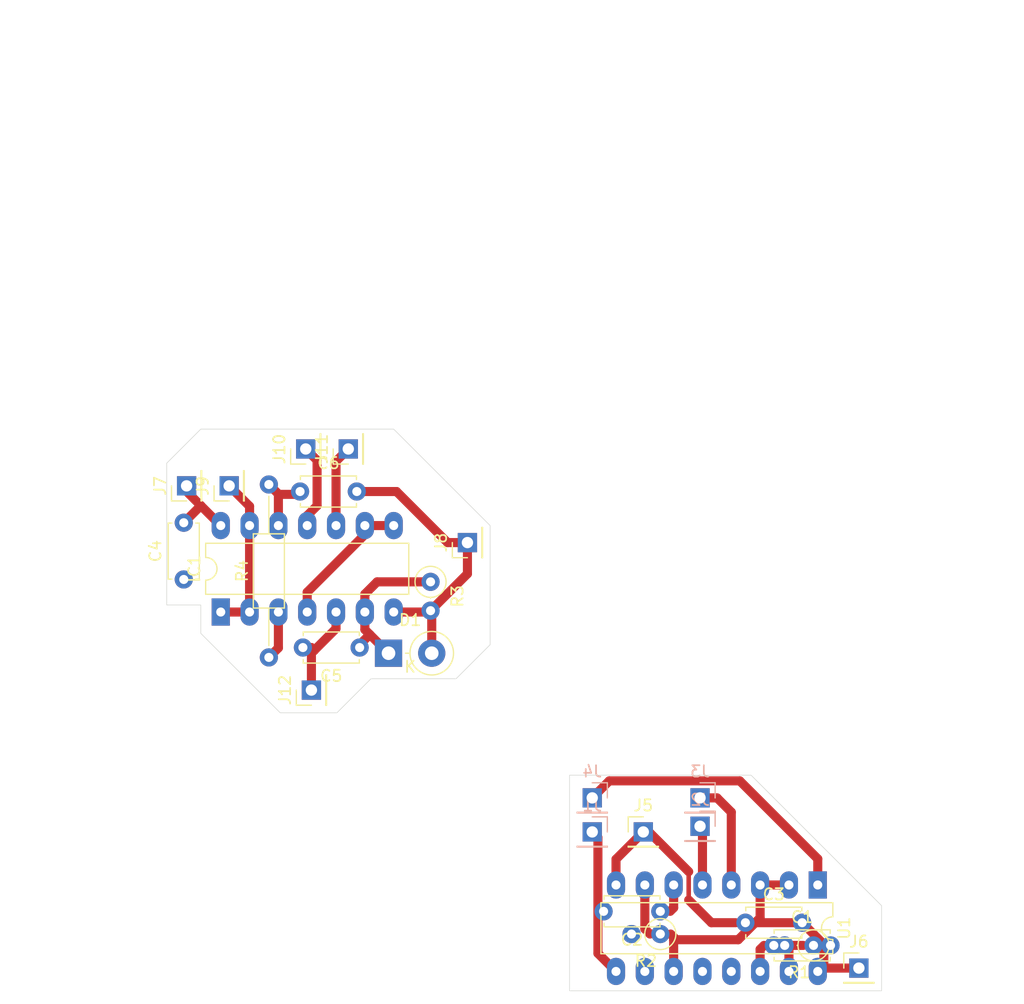
<source format=kicad_pcb>
(kicad_pcb (version 20240108) (generator "pcbnew") (generator_version "8.0")
  (layers (0 "F.Cu" signal) (31 "B.Cu" signal) (34 "B.Paste" user) (35 "F.Paste" user) (36 "B.SilkS" user "B.Silkscreen") (37 "F.SilkS" user "F.Silkscreen") (38 "B.Mask" user) (39 "F.Mask" user) (44 "Edge.Cuts" user))
  (net 0 "")
  (net 1 "Net-(U1A-RCext)")
  (net 2 "Net-(U1A-Cext)")
  (net 3 "Net-(U1B-Cext)")
  (net 4 "Net-(U1B-RCext)")
  (net 5 "+5V")
  (net 6 "GND")
  (net 7 "Net-(J1-Pin_1)")
  (net 8 "Net-(J2-Pin_1)")
  (net 9 "Net-(J3-Pin_1)")
  (net 10 "Net-(J4-Pin_1)")
  (net 13 "Net-(IC1B-I0)")
  (net 14 "Net-(D1-K)")
  (net 15 "Net-(IC1D-O)")
  (net 16 "Net-(IC1A-O)")
  (net 17 "Net-(IC1C-O)")
  (net 18 "Net-(IC1A-I0)")
  (net 19 "Net-(IC1B-O)")
  (net 20 "Net-(IC1D-I0)")
  (footprint "Package_DIP:DIP-14_W7.62mm_LongPads" (layer "F.Cu") (at 142.76 101.12 90)
    (property "Reference" "IC1" (at 3.81 -2.33 90) (layer "F.SilkS"))
    (property "Value" "4093D")
    (fp_line (start 6.06 -1.33) (end 4.81 -1.33) (stroke (width 0.12)) (layer "F.SilkS"))
    (fp_line (start 2.81 -1.33) (end 1.56 -1.33) (stroke (width 0.12)) (layer "F.SilkS"))
    (fp_line (start 1.56 -1.33) (end 1.56 16.57) (stroke (width 0.12)) (layer "F.SilkS"))
    (fp_line (start 6.06 16.57) (end 6.06 -1.33) (stroke (width 0.12)) (layer "F.SilkS"))
    (fp_line (start 1.56 16.57) (end 6.06 16.57) (stroke (width 0.12)) (layer "F.SilkS"))
    (fp_arc (start 4.81 -1.33) (mid 3.81 -0.33) (end 2.81 -1.33) (stroke (width 0.12)) (layer "F.SilkS"))
    (pad "1" thru_hole rect (at 0 0 90) (size 2.4 1.6) (drill 0.8) (layers "*.Cu" "*.Mask") (net 18 "Net-(IC1A-I0)"))
    (pad "2" thru_hole oval (at 0 2.54 90) (size 2.4 1.6) (drill 0.8) (layers "*.Cu" "*.Mask") (net 18 "Net-(IC1A-I0)"))
    (pad "3" thru_hole oval (at 0 5.08 90) (size 2.4 1.6) (drill 0.8) (layers "*.Cu" "*.Mask") (net 16 "Net-(IC1A-O)"))
    (pad "4" thru_hole oval (at 0 7.62 90) (size 2.4 1.6) (drill 0.8) (layers "*.Cu" "*.Mask") (net 19 "Net-(IC1B-O)"))
    (pad "5" thru_hole oval (at 0 10.16 90) (size 2.4 1.6) (drill 0.8) (layers "*.Cu" "*.Mask") (net 13 "Net-(IC1B-I0)"))
    (pad "6" thru_hole oval (at 0 12.7 90) (size 2.4 1.6) (drill 0.8) (layers "*.Cu" "*.Mask") (net 14 "Net-(D1-K)"))
    (pad "7" thru_hole oval (at 0 15.24 90) (size 2.4 1.6) (drill 0.8) (layers "*.Cu" "*.Mask") (net 6 "GND"))
    (pad "8" thru_hole oval (at 7.62 15.24 90) (size 2.4 1.6) (drill 0.8) (layers "*.Cu" "*.Mask") (net 19 "Net-(IC1B-O)"))
    (pad "9" thru_hole oval (at 7.62 12.7 90) (size 2.4 1.6) (drill 0.8) (layers "*.Cu" "*.Mask") (net 19 "Net-(IC1B-O)"))
    (pad "10" thru_hole oval (at 7.62 10.16 90) (size 2.4 1.6) (drill 0.8) (layers "*.Cu" "*.Mask") (net 17 "Net-(IC1C-O)"))
    (pad "11" thru_hole oval (at 7.62 7.62 90) (size 2.4 1.6) (drill 0.8) (layers "*.Cu" "*.Mask") (net 15 "Net-(IC1D-O)"))
    (pad "12" thru_hole oval (at 7.62 5.08 90) (size 2.4 1.6) (drill 0.8) (layers "*.Cu" "*.Mask") (net 20 "Net-(IC1D-I0)"))
    (pad "13" thru_hole oval (at 7.62 2.54 90) (size 2.4 1.6) (drill 0.8) (layers "*.Cu" "*.Mask") (net 18 "Net-(IC1A-I0)"))
    (pad "14" thru_hole oval (at 7.62 0 90) (size 2.4 1.6) (drill 0.8) (layers "*.Cu" "*.Mask") (net 5 "+5V"))
  )
  (footprint "Capacitor_THT:C_Disc_D4.7mm_W2.5mm_P5.00mm" (layer "F.Cu") (at 155 104.25 180)
    (property "Reference" "C5" (at 2.5 -2.5 360) (layer "F.SilkS"))
    (property "Value" "68p")
    (fp_line (start 4.97 1.055) (end 4.97 1.37) (stroke (width 0.12)) (layer "F.SilkS"))
    (fp_line (start 4.97 -1.37) (end 4.97 -1.055) (stroke (width 0.12)) (layer "F.SilkS"))
    (fp_line (start 0.03 1.37) (end 4.97 1.37) (stroke (width 0.12)) (layer "F.SilkS"))
    (fp_line (start 0.03 1.055) (end 0.03 1.37) (stroke (width 0.12)) (layer "F.SilkS"))
    (fp_line (start 0.03 -1.37) (end 4.97 -1.37) (stroke (width 0.12)) (layer "F.SilkS"))
    (fp_line (start 0.03 -1.37) (end 0.03 -1.055) (stroke (width 0.12)) (layer "F.SilkS"))
    (pad "1" thru_hole circle (at 0 0 180) (size 1.6 1.6) (drill 0.8) (layers "*.Cu" "*.Mask") (net 14 "Net-(D1-K)"))
    (pad "2" thru_hole circle (at 5 0 180) (size 1.6 1.6) (drill 0.8) (layers "*.Cu" "*.Mask") (net 13 "Net-(IC1B-I0)"))
  )
  (footprint "Connector_PinHeader_2.54mm:PinHeader_1x01_P2.54mm_Vertical" (layer "F.Cu") (at 154 86.75 90)
    (property "Reference" "J11" (at 0 -2.33 90) (layer "F.SilkS"))
    (property "Value" "OUT_ON")
    (fp_line (start -1.33 -1.33) (end 0 -1.33) (stroke (width 0.12)) (layer "F.SilkS"))
    (fp_line (start -1.33 0) (end -1.33 -1.33) (stroke (width 0.12)) (layer "F.SilkS"))
    (fp_line (start 1.33 1.27) (end 1.33 1.33) (stroke (width 0.12)) (layer "F.SilkS"))
    (fp_line (start -1.33 1.27) (end 1.33 1.27) (stroke (width 0.12)) (layer "F.SilkS"))
    (fp_line (start -1.33 1.27) (end -1.33 1.33) (stroke (width 0.12)) (layer "F.SilkS"))
    (fp_line (start -1.33 1.33) (end 1.33 1.33) (stroke (width 0.12)) (layer "F.SilkS"))
    (pad "1" thru_hole rect (at 0 0 90) (size 1.7 1.7) (drill 1) (layers "*.Cu" "*.Mask") (net 17 "Net-(IC1C-O)"))
  )
  (footprint "Connector_PinHeader_2.54mm:PinHeader_1x01_P2.54mm_Vertical" (layer "F.Cu") (at 180 120.5)
    (property "Reference" "J5" (at 0 -2.33 0) (layer "F.SilkS"))
    (property "Value" "GND")
    (fp_line (start -1.33 -1.33) (end 0 -1.33) (stroke (width 0.12)) (layer "F.SilkS"))
    (fp_line (start -1.33 0) (end -1.33 -1.33) (stroke (width 0.12)) (layer "F.SilkS"))
    (fp_line (start -1.33 1.27) (end -1.33 1.33) (stroke (width 0.12)) (layer "F.SilkS"))
    (fp_line (start -1.33 1.27) (end 1.33 1.27) (stroke (width 0.12)) (layer "F.SilkS"))
    (fp_line (start -1.33 1.33) (end 1.33 1.33) (stroke (width 0.12)) (layer "F.SilkS"))
    (fp_line (start 1.33 1.27) (end 1.33 1.33) (stroke (width 0.12)) (layer "F.SilkS"))
    (pad "1" thru_hole rect (at 0 0) (size 1.7 1.7) (drill 1) (layers "*.Cu" "*.Mask") (net 6 "GND"))
  )
  (footprint "Resistor_THT:R_Axial_DIN0207_L6.3mm_D2.5mm_P15.24mm_Horizontal" (layer "F.Cu") (at 147 105.12 90)
    (property "Reference" "R4" (at 7.62 -2.37 90) (layer "F.SilkS"))
    (property "Value" "10k")
    (fp_line (start 10.89 -1.37) (end 4.35 -1.37) (stroke (width 0.12)) (layer "F.SilkS"))
    (fp_line (start 4.35 -1.37) (end 4.35 1.37) (stroke (width 0.12)) (layer "F.SilkS"))
    (fp_line (start 14.2 0) (end 10.89 0) (stroke (width 0.12)) (layer "F.SilkS"))
    (fp_line (start 1.04 0) (end 4.35 0) (stroke (width 0.12)) (layer "F.SilkS"))
    (fp_line (start 10.89 1.37) (end 10.89 -1.37) (stroke (width 0.12)) (layer "F.SilkS"))
    (fp_line (start 4.35 1.37) (end 10.89 1.37) (stroke (width 0.12)) (layer "F.SilkS"))
    (pad "1" thru_hole circle (at 0 0 90) (size 1.6 1.6) (drill 0.8) (layers "*.Cu" "*.Mask") (net 16 "Net-(IC1A-O)"))
    (pad "2" thru_hole oval (at 15.24 0 90) (size 1.6 1.6) (drill 0.8) (layers "*.Cu" "*.Mask") (net 20 "Net-(IC1D-I0)"))
  )
  (footprint "Capacitor_THT:C_Disc_D4.7mm_W2.5mm_P5.00mm" (layer "F.Cu") (at 189 128.5)
    (property "Reference" "C3" (at 2.5 -2.5 0) (layer "F.SilkS"))
    (property "Value" "100n")
    (fp_line (start 0.03 -1.37) (end 0.03 -1.055) (stroke (width 0.12)) (layer "F.SilkS"))
    (fp_line (start 0.03 -1.37) (end 4.97 -1.37) (stroke (width 0.12)) (layer "F.SilkS"))
    (fp_line (start 0.03 1.055) (end 0.03 1.37) (stroke (width 0.12)) (layer "F.SilkS"))
    (fp_line (start 0.03 1.37) (end 4.97 1.37) (stroke (width 0.12)) (layer "F.SilkS"))
    (fp_line (start 4.97 -1.37) (end 4.97 -1.055) (stroke (width 0.12)) (layer "F.SilkS"))
    (fp_line (start 4.97 1.055) (end 4.97 1.37) (stroke (width 0.12)) (layer "F.SilkS"))
    (pad "1" thru_hole circle (at 0 0) (size 1.6 1.6) (drill 0.8) (layers "*.Cu" "*.Mask") (net 6 "GND"))
    (pad "2" thru_hole circle (at 5 0) (size 1.6 1.6) (drill 0.8) (layers "*.Cu" "*.Mask") (net 5 "+5V"))
  )
  (footprint "Resistor_THT:R_Axial_DIN0207_L6.3mm_D2.5mm_P2.54mm_Vertical" (layer "F.Cu") (at 161.25 98.46 -90)
    (property "Reference" "R3" (at 1.27 -2.37 90) (layer "F.SilkS"))
    (property "Value" "10k")
    (fp_line (start 1.37 0) (end 1.44 0) (stroke (width 0.12)) (layer "F.SilkS"))
    (fp_circle (center 0 0) (end 1.37 0) (stroke (width 0.12)) (fill none) (layer "F.SilkS"))
    (pad "1" thru_hole circle (at 0 0 270) (size 1.6 1.6) (drill 0.8) (layers "*.Cu" "*.Mask") (net 14 "Net-(D1-K)"))
    (pad "2" thru_hole oval (at 2.54 0 270) (size 1.6 1.6) (drill 0.8) (layers "*.Cu" "*.Mask") (net 6 "GND"))
  )
  (footprint "Connector_PinHeader_2.54mm:PinHeader_1x01_P2.54mm_Vertical" (layer "F.Cu") (at 164.5 95 90)
    (property "Reference" "J8" (at 0 -2.33 90) (layer "F.SilkS"))
    (property "Value" "GND")
    (fp_line (start -1.33 -1.33) (end 0 -1.33) (stroke (width 0.12)) (layer "F.SilkS"))
    (fp_line (start -1.33 0) (end -1.33 -1.33) (stroke (width 0.12)) (layer "F.SilkS"))
    (fp_line (start 1.33 1.27) (end 1.33 1.33) (stroke (width 0.12)) (layer "F.SilkS"))
    (fp_line (start -1.33 1.27) (end 1.33 1.27) (stroke (width 0.12)) (layer "F.SilkS"))
    (fp_line (start -1.33 1.27) (end -1.33 1.33) (stroke (width 0.12)) (layer "F.SilkS"))
    (fp_line (start -1.33 1.33) (end 1.33 1.33) (stroke (width 0.12)) (layer "F.SilkS"))
    (pad "1" thru_hole rect (at 0 0 90) (size 1.7 1.7) (drill 1) (layers "*.Cu" "*.Mask") (net 6 "GND"))
  )
  (footprint "Capacitor_THT:C_Disc_D4.7mm_W2.5mm_P5.00mm" (layer "F.Cu") (at 139.5 98.25 90)
    (property "Reference" "C4" (at 2.5 -2.5 90) (layer "F.SilkS"))
    (property "Value" "100n")
    (fp_line (start 4.97 -1.37) (end 4.97 -1.055) (stroke (width 0.12)) (layer "F.SilkS"))
    (fp_line (start 0.03 -1.37) (end 4.97 -1.37) (stroke (width 0.12)) (layer "F.SilkS"))
    (fp_line (start 0.03 -1.37) (end 0.03 -1.055) (stroke (width 0.12)) (layer "F.SilkS"))
    (fp_line (start 4.97 1.055) (end 4.97 1.37) (stroke (width 0.12)) (layer "F.SilkS"))
    (fp_line (start 0.03 1.055) (end 0.03 1.37) (stroke (width 0.12)) (layer "F.SilkS"))
    (fp_line (start 0.03 1.37) (end 4.97 1.37) (stroke (width 0.12)) (layer "F.SilkS"))
    (pad "1" thru_hole circle (at 0 0 90) (size 1.6 1.6) (drill 0.8) (layers "*.Cu" "*.Mask") (net 6 "GND"))
    (pad "2" thru_hole circle (at 5 0 90) (size 1.6 1.6) (drill 0.8) (layers "*.Cu" "*.Mask") (net 5 "+5V"))
  )
  (footprint "Diode_THT:D_DO-15_P3.81mm_Vertical_KathodeUp" (layer "F.Cu") (at 157.545 104.75)
    (property "Reference" "D1" (at 1.905 -2.92 0) (layer "F.SilkS"))
    (property "Value" "D_Schottky")
    (fp_line (start 1.89 0) (end 1.5 0) (stroke (width 0.12)) (layer "F.SilkS"))
    (fp_circle (center 3.81 0) (end 5.73 0) (stroke (width 0.12)) (fill none) (layer "F.SilkS"))
    (fp_text user "K" (at 1.9 1.2 0) (layer "F.SilkS"))
    (pad "1" thru_hole rect (at 0 0) (size 2.4 2.4) (drill 1.2) (layers "*.Cu" "*.Mask") (net 14 "Net-(D1-K)"))
    (pad "2" thru_hole oval (at 3.81 0) (size 2.4 2.4) (drill 1.2) (layers "*.Cu" "*.Mask") (net 6 "GND"))
  )
  (footprint "Connector_PinHeader_2.54mm:PinHeader_1x01_P2.54mm_Vertical" (layer "F.Cu") (at 150.25 86.75 90)
    (property "Reference" "J10" (at 0 -2.33 90) (layer "F.SilkS"))
    (property "Value" "OUT_OFF")
    (fp_line (start -1.33 -1.33) (end 0 -1.33) (stroke (width 0.12)) (layer "F.SilkS"))
    (fp_line (start -1.33 0) (end -1.33 -1.33) (stroke (width 0.12)) (layer "F.SilkS"))
    (fp_line (start 1.33 1.27) (end 1.33 1.33) (stroke (width 0.12)) (layer "F.SilkS"))
    (fp_line (start -1.33 1.27) (end 1.33 1.27) (stroke (width 0.12)) (layer "F.SilkS"))
    (fp_line (start -1.33 1.27) (end -1.33 1.33) (stroke (width 0.12)) (layer "F.SilkS"))
    (fp_line (start -1.33 1.33) (end 1.33 1.33) (stroke (width 0.12)) (layer "F.SilkS"))
    (pad "1" thru_hole rect (at 0 0 90) (size 1.7 1.7) (drill 1) (layers "*.Cu" "*.Mask") (net 15 "Net-(IC1D-O)"))
  )
  (footprint "Connector_PinHeader_2.54mm:PinHeader_1x01_P2.54mm_Vertical" (layer "F.Cu") (at 139.75 90 90)
    (property "Reference" "J7" (at 0 -2.33 90) (layer "F.SilkS"))
    (property "Value" "+5V")
    (fp_line (start -1.33 -1.33) (end 0 -1.33) (stroke (width 0.12)) (layer "F.SilkS"))
    (fp_line (start -1.33 0) (end -1.33 -1.33) (stroke (width 0.12)) (layer "F.SilkS"))
    (fp_line (start 1.33 1.27) (end 1.33 1.33) (stroke (width 0.12)) (layer "F.SilkS"))
    (fp_line (start -1.33 1.27) (end 1.33 1.27) (stroke (width 0.12)) (layer "F.SilkS"))
    (fp_line (start -1.33 1.27) (end -1.33 1.33) (stroke (width 0.12)) (layer "F.SilkS"))
    (fp_line (start -1.33 1.33) (end 1.33 1.33) (stroke (width 0.12)) (layer "F.SilkS"))
    (pad "1" thru_hole rect (at 0 0 90) (size 1.7 1.7) (drill 1) (layers "*.Cu" "*.Mask") (net 5 "+5V"))
  )
  (footprint "Capacitor_THT:C_Disc_D4.7mm_W2.5mm_P5.00mm" (layer "F.Cu") (at 181.5 127.5 180)
    (property "Reference" "C2" (at 2.5 -2.5 180) (layer "F.SilkS"))
    (property "Value" "68p")
    (fp_line (start 4.97 1.055) (end 4.97 1.37) (stroke (width 0.12)) (layer "F.SilkS"))
    (fp_line (start 4.97 -1.37) (end 4.97 -1.055) (stroke (width 0.12)) (layer "F.SilkS"))
    (fp_line (start 0.03 1.37) (end 4.97 1.37) (stroke (width 0.12)) (layer "F.SilkS"))
    (fp_line (start 0.03 1.055) (end 0.03 1.37) (stroke (width 0.12)) (layer "F.SilkS"))
    (fp_line (start 0.03 -1.37) (end 4.97 -1.37) (stroke (width 0.12)) (layer "F.SilkS"))
    (fp_line (start 0.03 -1.37) (end 0.03 -1.055) (stroke (width 0.12)) (layer "F.SilkS"))
    (pad "1" thru_hole circle (at 0 0 180) (size 1.6 1.6) (drill 0.8) (layers "*.Cu" "*.Mask") (net 3 "Net-(U1B-Cext)"))
    (pad "2" thru_hole circle (at 5 0 180) (size 1.6 1.6) (drill 0.8) (layers "*.Cu" "*.Mask") (net 4 "Net-(U1B-RCext)"))
  )
  (footprint "Connector_PinHeader_2.54mm:PinHeader_1x01_P2.54mm_Vertical" (layer "F.Cu") (at 143.5 90 90)
    (property "Reference" "J9" (at 0 -2.33 90) (layer "F.SilkS"))
    (property "Value" "IN_OFF")
    (fp_line (start -1.33 -1.33) (end 0 -1.33) (stroke (width 0.12)) (layer "F.SilkS"))
    (fp_line (start -1.33 0) (end -1.33 -1.33) (stroke (width 0.12)) (layer "F.SilkS"))
    (fp_line (start 1.33 1.27) (end 1.33 1.33) (stroke (width 0.12)) (layer "F.SilkS"))
    (fp_line (start -1.33 1.27) (end 1.33 1.27) (stroke (width 0.12)) (layer "F.SilkS"))
    (fp_line (start -1.33 1.27) (end -1.33 1.33) (stroke (width 0.12)) (layer "F.SilkS"))
    (fp_line (start -1.33 1.33) (end 1.33 1.33) (stroke (width 0.12)) (layer "F.SilkS"))
    (pad "1" thru_hole rect (at 0 0 90) (size 1.7 1.7) (drill 1) (layers "*.Cu" "*.Mask") (net 18 "Net-(IC1A-I0)"))
  )
  (footprint "Resistor_THT:R_Axial_DIN0207_L6.3mm_D2.5mm_P2.54mm_Vertical" (layer "F.Cu") (at 181.5 129.5 180)
    (property "Reference" "R2" (at 1.27 -2.37 180) (layer "F.SilkS"))
    (property "Value" "10k")
    (fp_line (start 1.37 0) (end 1.44 0) (stroke (width 0.12)) (layer "F.SilkS"))
    (fp_circle (center 0 0) (end 1.37 0) (stroke (width 0.12)) (fill none) (layer "F.SilkS"))
    (pad "1" thru_hole circle (at 0 0 180) (size 1.6 1.6) (drill 0.8) (layers "*.Cu" "*.Mask") (net 5 "+5V"))
    (pad "2" thru_hole oval (at 2.54 0 180) (size 1.6 1.6) (drill 0.8) (layers "*.Cu" "*.Mask") (net 4 "Net-(U1B-RCext)"))
  )
  (footprint "Capacitor_THT:C_Disc_D4.7mm_W2.5mm_P5.00mm" (layer "F.Cu") (at 149.75 90.5)
    (property "Reference" "C6" (at 2.5 -2.5 360) (layer "F.SilkS"))
    (property "Value" "68p")
    (fp_line (start 0.03 -1.37) (end 0.03 -1.055) (stroke (width 0.12)) (layer "F.SilkS"))
    (fp_line (start 0.03 -1.37) (end 4.97 -1.37) (stroke (width 0.12)) (layer "F.SilkS"))
    (fp_line (start 0.03 1.055) (end 0.03 1.37) (stroke (width 0.12)) (layer "F.SilkS"))
    (fp_line (start 0.03 1.37) (end 4.97 1.37) (stroke (width 0.12)) (layer "F.SilkS"))
    (fp_line (start 4.97 -1.37) (end 4.97 -1.055) (stroke (width 0.12)) (layer "F.SilkS"))
    (fp_line (start 4.97 1.055) (end 4.97 1.37) (stroke (width 0.12)) (layer "F.SilkS"))
    (pad "1" thru_hole circle (at 0 0) (size 1.6 1.6) (drill 0.8) (layers "*.Cu" "*.Mask") (net 20 "Net-(IC1D-I0)"))
    (pad "2" thru_hole circle (at 5 0) (size 1.6 1.6) (drill 0.8) (layers "*.Cu" "*.Mask") (net 6 "GND"))
  )
  (footprint "Resistor_THT:R_Axial_DIN0207_L6.3mm_D2.5mm_P2.54mm_Vertical" (layer "F.Cu") (at 195 130.5 180)
    (property "Reference" "R1" (at 1.27 -2.37 180) (layer "F.SilkS"))
    (property "Value" "10k")
    (fp_line (start 1.37 0) (end 1.44 0) (stroke (width 0.12)) (layer "F.SilkS"))
    (fp_circle (center 0 0) (end 1.37 0) (stroke (width 0.12)) (fill none) (layer "F.SilkS"))
    (pad "1" thru_hole circle (at 0 0 180) (size 1.6 1.6) (drill 0.8) (layers "*.Cu" "*.Mask") (net 5 "+5V"))
    (pad "2" thru_hole oval (at 2.54 0 180) (size 1.6 1.6) (drill 0.8) (layers "*.Cu" "*.Mask") (net 1 "Net-(U1A-RCext)"))
  )
  (footprint "Connector_PinHeader_2.54mm:PinHeader_1x01_P2.54mm_Vertical" (layer "F.Cu") (at 199 132.5)
    (property "Reference" "J6" (at 0 -2.33 0) (layer "F.SilkS"))
    (property "Value" "+5V")
    (fp_line (start -1.33 -1.33) (end 0 -1.33) (stroke (width 0.12)) (layer "F.SilkS"))
    (fp_line (start -1.33 0) (end -1.33 -1.33) (stroke (width 0.12)) (layer "F.SilkS"))
    (fp_line (start -1.33 1.27) (end -1.33 1.33) (stroke (width 0.12)) (layer "F.SilkS"))
    (fp_line (start -1.33 1.27) (end 1.33 1.27) (stroke (width 0.12)) (layer "F.SilkS"))
    (fp_line (start -1.33 1.33) (end 1.33 1.33) (stroke (width 0.12)) (layer "F.SilkS"))
    (fp_line (start 1.33 1.27) (end 1.33 1.33) (stroke (width 0.12)) (layer "F.SilkS"))
    (pad "1" thru_hole rect (at 0 0) (size 1.7 1.7) (drill 1) (layers "*.Cu" "*.Mask") (net 5 "+5V"))
  )
  (footprint "Package_DIP:DIP-16_W7.62mm_LongPads" (layer "F.Cu") (at 195.375 125.175 -90)
    (property "Reference" "U1" (at 3.81 -2.33 90) (layer "F.SilkS"))
    (property "Value" "74AHCT123")
    (fp_line (start 1.56 19.11) (end 6.06 19.11) (stroke (width 0.12)) (layer "F.SilkS"))
    (fp_line (start 6.06 19.11) (end 6.06 -1.33) (stroke (width 0.12)) (layer "F.SilkS"))
    (fp_line (start 1.56 -1.33) (end 1.56 19.11) (stroke (width 0.12)) (layer "F.SilkS"))
    (fp_line (start 2.81 -1.33) (end 1.56 -1.33) (stroke (width 0.12)) (layer "F.SilkS"))
    (fp_line (start 6.06 -1.33) (end 4.81 -1.33) (stroke (width 0.12)) (layer "F.SilkS"))
    (fp_arc (start 4.81 -1.33) (mid 3.81 -0.33) (end 2.81 -1.33) (stroke (width 0.12)) (layer "F.SilkS"))
    (pad "1" thru_hole rect (at 0 0 270) (size 2.4 1.6) (drill 0.8) (layers "*.Cu" "*.Mask") (net 10 "Net-(J4-Pin_1)"))
    (pad "2" thru_hole oval (at 0 2.54 270) (size 2.4 1.6) (drill 0.8) (layers "*.Cu" "*.Mask") (net 5 "+5V"))
    (pad "3" thru_hole oval (at 0 5.08 270) (size 2.4 1.6) (drill 0.8) (layers "*.Cu" "*.Mask") (net 5 "+5V"))
    (pad "4" thru_hole oval (at 0 7.62 270) (size 2.4 1.6) (drill 0.8) (layers "*.Cu" "*.Mask") (net 9 "Net-(J3-Pin_1)"))
    (pad "5" thru_hole oval (at 0 10.16 270) (size 2.4 1.6) (drill 0.8) (layers "*.Cu" "*.Mask") (net 8 "Net-(J2-Pin_1)"))
    (pad "6" thru_hole oval (at 0 12.7 270) (size 2.4 1.6) (drill 0.8) (layers "*.Cu" "*.Mask") (net 3 "Net-(U1B-Cext)"))
    (pad "7" thru_hole oval (at 0 15.24 270) (size 2.4 1.6) (drill 0.8) (layers "*.Cu" "*.Mask") (net 4 "Net-(U1B-RCext)"))
    (pad "8" thru_hole oval (at 0 17.78 270) (size 2.4 1.6) (drill 0.8) (layers "*.Cu" "*.Mask") (net 6 "GND"))
    (pad "9" thru_hole oval (at 7.62 17.78 270) (size 2.4 1.6) (drill 0.8) (layers "*.Cu" "*.Mask") (net 7 "Net-(J1-Pin_1)"))
    (pad "10" thru_hole oval (at 7.62 15.24 270) (size 2.4 1.6) (drill 0.8) (layers "*.Cu" "*.Mask") (net 5 "+5V"))
    (pad "11" thru_hole oval (at 7.62 12.7 270) (size 2.4 1.6) (drill 0.8) (layers "*.Cu" "*.Mask") (net 5 "+5V"))
    (pad "12" thru_hole oval (at 7.62 10.16 270) (size 2.4 1.6) (drill 0.8) (layers "*.Cu" "*.Mask"))
    (pad "13" thru_hole oval (at 7.62 7.62 270) (size 2.4 1.6) (drill 0.8) (layers "*.Cu" "*.Mask"))
    (pad "14" thru_hole oval (at 7.62 5.08 270) (size 2.4 1.6) (drill 0.8) (layers "*.Cu" "*.Mask") (net 2 "Net-(U1A-Cext)"))
    (pad "15" thru_hole oval (at 7.62 2.54 270) (size 2.4 1.6) (drill 0.8) (layers "*.Cu" "*.Mask") (net 1 "Net-(U1A-RCext)"))
    (pad "16" thru_hole oval (at 7.62 0 270) (size 2.4 1.6) (drill 0.8) (layers "*.Cu" "*.Mask") (net 5 "+5V"))
  )
  (footprint "Connector_PinHeader_2.54mm:PinHeader_1x01_P2.54mm_Vertical" (layer "F.Cu") (at 150.75 108 90)
    (property "Reference" "J12" (at 0 -2.33 90) (layer "F.SilkS"))
    (property "Value" "IN_ON")
    (fp_line (start -1.33 -1.33) (end 0 -1.33) (stroke (width 0.12)) (layer "F.SilkS"))
    (fp_line (start -1.33 0) (end -1.33 -1.33) (stroke (width 0.12)) (layer "F.SilkS"))
    (fp_line (start 1.33 1.27) (end 1.33 1.33) (stroke (width 0.12)) (layer "F.SilkS"))
    (fp_line (start -1.33 1.27) (end 1.33 1.27) (stroke (width 0.12)) (layer "F.SilkS"))
    (fp_line (start -1.33 1.27) (end -1.33 1.33) (stroke (width 0.12)) (layer "F.SilkS"))
    (fp_line (start -1.33 1.33) (end 1.33 1.33) (stroke (width 0.12)) (layer "F.SilkS"))
    (pad "1" thru_hole rect (at 0 0 90) (size 1.7 1.7) (drill 1) (layers "*.Cu" "*.Mask") (net 13 "Net-(IC1B-I0)"))
  )
  (footprint "Capacitor_THT:C_Disc_D4.7mm_W2.5mm_P5.00mm" (layer "F.Cu") (at 191.5 130.5)
    (property "Reference" "C1" (at 2.5 -2.5 0) (layer "F.SilkS"))
    (property "Value" "68p")
    (fp_line (start 0.03 -1.37) (end 0.03 -1.055) (stroke (width 0.12)) (layer "F.SilkS"))
    (fp_line (start 0.03 -1.37) (end 4.97 -1.37) (stroke (width 0.12)) (layer "F.SilkS"))
    (fp_line (start 0.03 1.055) (end 0.03 1.37) (stroke (width 0.12)) (layer "F.SilkS"))
    (fp_line (start 0.03 1.37) (end 4.97 1.37) (stroke (width 0.12)) (layer "F.SilkS"))
    (fp_line (start 4.97 -1.37) (end 4.97 -1.055) (stroke (width 0.12)) (layer "F.SilkS"))
    (fp_line (start 4.97 1.055) (end 4.97 1.37) (stroke (width 0.12)) (layer "F.SilkS"))
    (pad "1" thru_hole circle (at 0 0) (size 1.6 1.6) (drill 0.8) (layers "*.Cu" "*.Mask") (net 2 "Net-(U1A-Cext)"))
    (pad "2" thru_hole circle (at 5 0) (size 1.6 1.6) (drill 0.8) (layers "*.Cu" "*.Mask") (net 1 "Net-(U1A-RCext)"))
  )
  (footprint "Connector_PinHeader_2.54mm:PinHeader_1x01_P2.54mm_Vertical" (layer "B.Cu") (at 175.5 117.5 180)
    (property "Reference" "J4" (at 0 2.33 0) (layer "B.SilkS") (effects (justify mirror)))
    (property "Value" "IN_OFF")
    (fp_line (start 1.33 -1.27) (end -1.33 -1.27) (stroke (width 0.12)) (layer "B.SilkS"))
    (fp_line (start 1.33 -1.33) (end 1.33 -1.27) (stroke (width 0.12)) (layer "B.SilkS"))
    (fp_line (start 1.33 -1.33) (end -1.33 -1.33) (stroke (width 0.12)) (layer "B.SilkS"))
    (fp_line (start 0 1.33) (end -1.33 1.33) (stroke (width 0.12)) (layer "B.SilkS"))
    (fp_line (start -1.33 1.33) (end -1.33 0) (stroke (width 0.12)) (layer "B.SilkS"))
    (fp_line (start -1.33 -1.33) (end -1.33 -1.27) (stroke (width 0.12)) (layer "B.SilkS"))
    (pad "1" thru_hole rect (at 0 0 180) (size 1.7 1.7) (drill 1) (layers "*.Cu" "*.Mask") (net 10 "Net-(J4-Pin_1)"))
  )
  (footprint "Connector_PinHeader_2.54mm:PinHeader_1x01_P2.54mm_Vertical" (layer "B.Cu") (at 185 120 180)
    (property "Reference" "J2" (at 0 2.33 0) (layer "B.SilkS") (effects (justify mirror)))
    (property "Value" "OUT_ON")
    (fp_line (start 1.33 -1.27) (end -1.33 -1.27) (stroke (width 0.12)) (layer "B.SilkS"))
    (fp_line (start 1.33 -1.33) (end 1.33 -1.27) (stroke (width 0.12)) (layer "B.SilkS"))
    (fp_line (start 1.33 -1.33) (end -1.33 -1.33) (stroke (width 0.12)) (layer "B.SilkS"))
    (fp_line (start 0 1.33) (end -1.33 1.33) (stroke (width 0.12)) (layer "B.SilkS"))
    (fp_line (start -1.33 1.33) (end -1.33 0) (stroke (width 0.12)) (layer "B.SilkS"))
    (fp_line (start -1.33 -1.33) (end -1.33 -1.27) (stroke (width 0.12)) (layer "B.SilkS"))
    (pad "1" thru_hole rect (at 0 0 180) (size 1.7 1.7) (drill 1) (layers "*.Cu" "*.Mask") (net 8 "Net-(J2-Pin_1)"))
  )
  (footprint "Connector_PinHeader_2.54mm:PinHeader_1x01_P2.54mm_Vertical" (layer "B.Cu") (at 175.5 120.5 180)
    (property "Reference" "J1" (at 0 2.33 0) (layer "B.SilkS") (effects (justify mirror)))
    (property "Value" "IN_ON")
    (fp_line (start 1.33 -1.27) (end -1.33 -1.27) (stroke (width 0.12)) (layer "B.SilkS"))
    (fp_line (start 1.33 -1.33) (end 1.33 -1.27) (stroke (width 0.12)) (layer "B.SilkS"))
    (fp_line (start 1.33 -1.33) (end -1.33 -1.33) (stroke (width 0.12)) (layer "B.SilkS"))
    (fp_line (start 0 1.33) (end -1.33 1.33) (stroke (width 0.12)) (layer "B.SilkS"))
    (fp_line (start -1.33 1.33) (end -1.33 0) (stroke (width 0.12)) (layer "B.SilkS"))
    (fp_line (start -1.33 -1.33) (end -1.33 -1.27) (stroke (width 0.12)) (layer "B.SilkS"))
    (pad "1" thru_hole rect (at 0 0 180) (size 1.7 1.7) (drill 1) (layers "*.Cu" "*.Mask") (net 7 "Net-(J1-Pin_1)"))
  )
  (footprint "Connector_PinHeader_2.54mm:PinHeader_1x01_P2.54mm_Vertical" (layer "B.Cu") (at 185 117.5 180)
    (property "Reference" "J3" (at 0 2.33 0) (layer "B.SilkS") (effects (justify mirror)))
    (property "Value" "OUT_OFF")
    (fp_line (start 1.33 -1.27) (end -1.33 -1.27) (stroke (width 0.12)) (layer "B.SilkS"))
    (fp_line (start 1.33 -1.33) (end 1.33 -1.27) (stroke (width 0.12)) (layer "B.SilkS"))
    (fp_line (start 1.33 -1.33) (end -1.33 -1.33) (stroke (width 0.12)) (layer "B.SilkS"))
    (fp_line (start 0 1.33) (end -1.33 1.33) (stroke (width 0.12)) (layer "B.SilkS"))
    (fp_line (start -1.33 1.33) (end -1.33 0) (stroke (width 0.12)) (layer "B.SilkS"))
    (fp_line (start -1.33 -1.33) (end -1.33 -1.27) (stroke (width 0.12)) (layer "B.SilkS"))
    (pad "1" thru_hole rect (at 0 0 180) (size 1.7 1.7) (drill 1) (layers "*.Cu" "*.Mask") (net 9 "Net-(J3-Pin_1)"))
  )
  (gr_poly (pts (xy 173.5 115.5) (xy 189.5 115.5) (xy 201 127) (xy 201 134.5) (xy 173.5 134.5)) (stroke (width 0.05)) (fill none) (layer "Edge.Cuts"))
  (gr_poly (pts (xy 138 100.5) (xy 141 100.5) (xy 141 103) (xy 148 110) (xy 153 110) (xy 156 107) (xy 163.5 107) (xy 166.5 104) (xy 166.5 93.5) (xy 158 85) (xy 141 85) (xy 138 88)) (stroke (width 0.05)) (fill none) (layer "Edge.Cuts"))
  (segment (start 192.3625 130.5) (end 194.0875 130.5) (width 0.8) (layer "F.Cu") (net 1))
  (segment (start 192.835 130.9725) (end 192.3625 130.5) (width 0.8) (layer "F.Cu") (net 1))
  (segment (start 192.835 132.795) (end 192.835 130.9725) (width 0.8) (layer "F.Cu") (net 1))
  (segment (start 190.295 132.795) (end 190.295 130.8425) (width 0.8) (layer "F.Cu") (net 2))
  (segment (start 190.295 130.8425) (end 190.6375 130.5) (width 0.8) (layer "F.Cu") (net 2))
  (segment (start 182.675 125.175) (end 182.675 127.1875) (width 0.8) (layer "F.Cu") (net 3))
  (segment (start 182.675 127.1875) (end 182.3625 127.5) (width 0.8) (layer "F.Cu") (net 3))
  (segment (start 180.135 125.175) (end 180.135 129.0475) (width 0.8) (layer "F.Cu") (net 4))
  (segment (start 180.135 129.0475) (end 180.5875 129.5) (width 0.8) (layer "F.Cu") (net 4))
  (segment (start 195.67 132.5) (end 195.375 132.795) (width 0.8) (layer "F.Cu") (net 5))
  (segment (start 188.365986 130) (end 189.8625 128.503486) (width 0.8) (layer "F.Cu") (net 5))
  (segment (start 195.9125 132.2575) (end 195.375 132.795) (width 0.8) (layer "F.Cu") (net 5))
  (segment (start 182.675 130) (end 188.365986 130) (width 0.8) (layer "F.Cu") (net 5))
  (segment (start 194 128.5) (end 189.8625 128.5) (width 0.8) (layer "F.Cu") (net 5))
  (segment (start 141.005 91.745) (end 142.76 93.5) (width 0.8) (layer "F.Cu") (net 5))
  (segment (start 195.9125 130.4125) (end 194 128.5) (width 0.8) (layer "F.Cu") (net 5))
  (segment (start 139.5 93.25) (end 141.005 91.745) (width 0.8) (layer "F.Cu") (net 5))
  (segment (start 182.675 132.795) (end 182.675 130) (width 0.8) (layer "F.Cu") (net 5))
  (segment (start 195.9125 130.5) (end 195.9125 130.4125) (width 0.8) (layer "F.Cu") (net 5))
  (segment (start 192.835 125.175) (end 190.295 125.175) (width 0.8) (layer "F.Cu") (net 5))
  (segment (start 189.8625 128.503486) (end 189.8625 128.5) (width 0.8) (layer "F.Cu") (net 5))
  (segment (start 182.675 130) (end 182.675 129.7625) (width 0.8) (layer "F.Cu") (net 5))
  (segment (start 195.9125 130.5) (end 195.9125 132.2575) (width 0.8) (layer "F.Cu") (net 5))
  (segment (start 139.75 90) (end 139.75 90.49) (width 0.8) (layer "F.Cu") (net 5))
  (segment (start 199 132.5) (end 195.67 132.5) (width 0.8) (layer "F.Cu") (net 5))
  (segment (start 139.75 90.49) (end 141.005 91.745) (width 0.8) (layer "F.Cu") (net 5))
  (segment (start 190.295 128.0675) (end 189.8625 128.5) (width 0.8) (layer "F.Cu") (net 5))
  (segment (start 190.295 125.175) (end 190.295 128.0675) (width 0.8) (layer "F.Cu") (net 5))
  (segment (start 182.675 129.7625) (end 182.4125 129.5) (width 0.8) (layer "F.Cu") (net 5))
  (segment (start 158.25 90.5) (end 162.75 95) (width 0.8) (layer "F.Cu") (net 6))
  (segment (start 188.1375 128.5) (end 186 128.5) (width 0.8) (layer "F.Cu") (net 6))
  (segment (start 186 128.5) (end 184 126.5) (width 0.8) (layer "F.Cu") (net 6))
  (segment (start 184 124) (end 184 126.5) (width 0.4) (layer "F.Cu") (net 6))
  (segment (start 180.5 120.5) (end 184 124) (width 0.8) (layer "F.Cu") (net 6))
  (segment (start 162.75 95) (end 164.5 95) (width 0.8) (layer "F.Cu") (net 6))
  (segment (start 161.355 101.105) (end 161.25 101) (width 0.8) (layer "F.Cu") (net 6))
  (segment (start 177.595 122.905) (end 180 120.5) (width 0.8) (layer "F.Cu") (net 6))
  (segment (start 164.5 97.75) (end 164.5 95) (width 0.8) (layer "F.Cu") (net 6))
  (segment (start 161.355 104.75) (end 161.355 101.105) (width 0.8) (layer "F.Cu") (net 6))
  (segment (start 177.595 125.175) (end 177.595 122.905) (width 0.8) (layer "F.Cu") (net 6))
  (segment (start 154.75 90.5) (end 158.25 90.5) (width 0.8) (layer "F.Cu") (net 6))
  (segment (start 158 101.12) (end 161.13 101.12) (width 0.8) (layer "F.Cu") (net 6))
  (segment (start 161.13 101.12) (end 164.5 97.75) (width 0.8) (layer "F.Cu") (net 6))
  (segment (start 180 120.5) (end 180.5 120.5) (width 0.8) (layer "F.Cu") (net 6))
  (segment (start 176 121) (end 175.5 120.5) (width 0.8) (layer "F.Cu") (net 7))
  (segment (start 176 131.2) (end 176 121) (width 0.8) (layer "F.Cu") (net 7))
  (segment (start 177.595 132.795) (end 176 131.2) (width 0.8) (layer "F.Cu") (net 7))
  (segment (start 185.215 125.175) (end 185.215 120.215) (width 0.8) (layer "F.Cu") (net 8))
  (segment (start 185.215 120.215) (end 185 120) (width 0.8) (layer "F.Cu") (net 8))
  (segment (start 186.5 117.5) (end 185 117.5) (width 0.8) (layer "F.Cu") (net 9))
  (segment (start 187.755 118.755) (end 186.5 117.5) (width 0.8) (layer "F.Cu") (net 9))
  (segment (start 187.755 125.175) (end 187.755 118.755) (width 0.8) (layer "F.Cu") (net 9))
  (segment (start 177 116) (end 188.5 116) (width 0.8) (layer "F.Cu") (net 10))
  (segment (start 175.5 117.5) (end 177 116) (width 0.8) (layer "F.Cu") (net 10))
  (segment (start 188.5 116) (end 195.375 122.875) (width 0.8) (layer "F.Cu") (net 10))
  (segment (start 195.375 122.875) (end 195.375 125.175) (width 0.8) (layer "F.Cu") (net 10))
  (segment (start 150 104.25) (end 150.75 104.25) (width 0.8) (layer "F.Cu") (net 13))
  (segment (start 151 104.5) (end 152.92 102.58) (width 0.8) (layer "F.Cu") (net 13))
  (segment (start 150.75 104.75) (end 151 104.5) (width 0.8) (layer "F.Cu") (net 13))
  (segment (start 152.92 102.58) (end 152.92 101.12) (width 0.8) (layer "F.Cu") (net 13))
  (segment (start 150.75 108) (end 150.75 104.75) (width 0.8) (layer "F.Cu") (net 13))
  (segment (start 150.75 104.25) (end 151 104.5) (width 0.8) (layer "F.Cu") (net 13))
  (segment (start 155.8975 103.1025) (end 157.545 104.75) (width 0.8) (layer "F.Cu") (net 14))
  (segment (start 156.54 98.46) (end 155.46 99.54) (width 0.8) (layer "F.Cu") (net 14))
  (segment (start 155.46 99.54) (end 155.46 101.12) (width 0.8) (layer "F.Cu") (net 14))
  (segment (start 161.25 98.46) (end 156.54 98.46) (width 0.8) (layer "F.Cu") (net 14))
  (segment (start 155.46 101.12) (end 155.46 102.665) (width 0.8) (layer "F.Cu") (net 14))
  (segment (start 155 104.25) (end 155 104) (width 0.8) (layer "F.Cu") (net 14))
  (segment (start 155 104) (end 155.8975 103.1025) (width 0.8) (layer "F.Cu") (net 14))
  (segment (start 155.46 102.665) (end 155.8975 103.1025) (width 0.8) (layer "F.Cu") (net 14))
  (segment (start 151.25 91.75) (end 151.25 87.75) (width 0.8) (layer "F.Cu") (net 15))
  (segment (start 151.25 87.75) (end 150.25 86.75) (width 0.8) (layer "F.Cu") (net 15))
  (segment (start 150.38 93.5) (end 150.38 92.62) (width 0.8) (layer "F.Cu") (net 15))
  (segment (start 150.38 92.62) (end 151.25 91.75) (width 0.8) (layer "F.Cu") (net 15))
  (segment (start 147.84 104.28) (end 147 105.12) (width 0.8) (layer "F.Cu") (net 16))
  (segment (start 147.84 101.12) (end 147.84 104.28) (width 0.8) (layer "F.Cu") (net 16))
  (segment (start 152.92 93.5) (end 152.92 87.83) (width 0.8) (layer "F.Cu") (net 17))
  (segment (start 152.92 87.83) (end 154 86.75) (width 0.8) (layer "F.Cu") (net 17))
  (segment (start 145.3 91.8) (end 143.5 90) (width 0.8) (layer "F.Cu") (net 18))
  (segment (start 145.3 101.12) (end 145.3 91.8) (width 0.8) (layer "F.Cu") (net 18))
  (segment (start 142.76 101.12) (end 145.3 101.12) (width 0.8) (layer "F.Cu") (net 18))
  (segment (start 150.38 99.37) (end 150.38 101.12) (width 0.8) (layer "F.Cu") (net 19))
  (segment (start 158 93.5) (end 155.46 93.5) (width 0.8) (layer "F.Cu") (net 19))
  (segment (start 155.46 93.5) (end 155.46 94.29) (width 0.8) (layer "F.Cu") (net 19))
  (segment (start 155.46 94.29) (end 150.38 99.37) (width 0.8) (layer "F.Cu") (net 19))
  (segment (start 149.75 90.5) (end 149.5 90.75) (width 0.8) (layer "F.Cu") (net 20))
  (segment (start 147.84 90.75) (end 147.84 90.72) (width 0.8) (layer "F.Cu") (net 20))
  (segment (start 149.5 90.75) (end 147.84 90.75) (width 0.8) (layer "F.Cu") (net 20))
  (segment (start 147.84 90.72) (end 147 89.88) (width 0.8) (layer "F.Cu") (net 20))
  (segment (start 147.84 93.5) (end 147.84 90.75) (width 0.8) (layer "F.Cu") (net 20))
)
</source>
